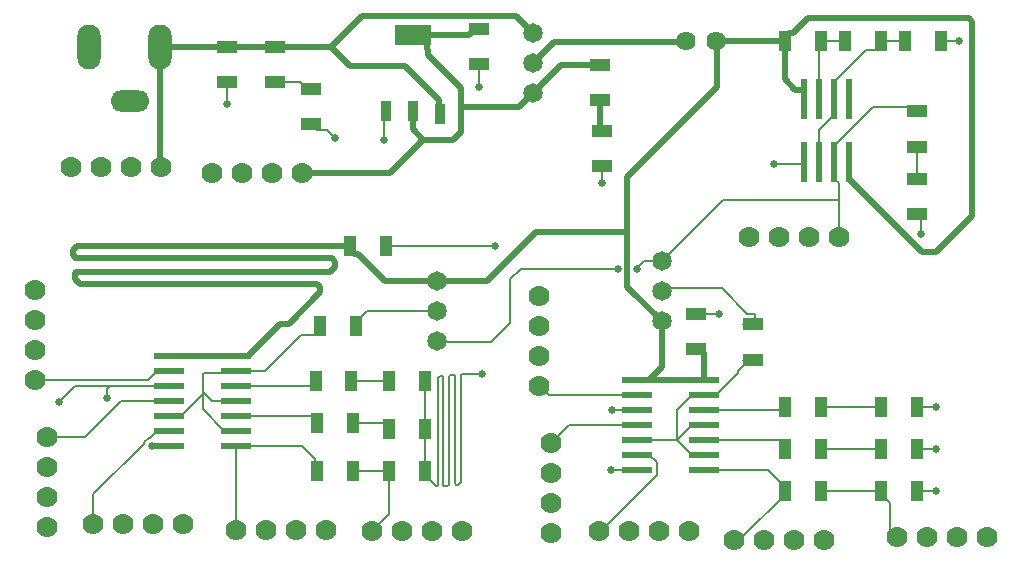
<source format=gtl>
G04*
G04 #@! TF.GenerationSoftware,Altium Limited,Altium Designer,23.8.1 (32)*
G04*
G04 Layer_Physical_Order=1*
G04 Layer_Color=255*
%FSLAX44Y44*%
%MOMM*%
G71*
G04*
G04 #@! TF.SameCoordinates,CBBC78E8-B8C5-4662-8ADF-5789773BA4AE*
G04*
G04*
G04 #@! TF.FilePolarity,Positive*
G04*
G01*
G75*
%ADD10C,0.1524*%
%ADD13C,0.5080*%
%ADD19R,1.8034X1.1176*%
%ADD20R,1.1176X1.8034*%
%ADD21R,3.0988X1.7000*%
%ADD22R,0.8382X1.7000*%
%ADD23R,2.6500X0.6000*%
%ADD24R,0.6000X3.4000*%
%ADD38C,1.7780*%
%ADD39C,1.6500*%
%ADD40C,1.6200*%
%ADD41O,2.0000X3.8000*%
%ADD42O,3.3000X1.8000*%
%ADD43C,0.6350*%
D10*
X365506Y97790D02*
Y133350D01*
X99060Y170180D02*
X149440D01*
X69850D02*
X99060D01*
X96520Y167640D02*
X99060Y170180D01*
X96520Y160020D02*
Y167640D01*
X128143Y122063D02*
X131937Y125857D01*
X132967D01*
X85090Y77980D02*
X128143Y121033D01*
X132967Y125857D02*
X139190Y132080D01*
X128143Y121033D02*
Y122063D01*
X134620Y119380D02*
X149440D01*
X365506Y94361D02*
X375035Y84832D01*
X396240Y179447D02*
X397133Y180340D01*
X396240Y88523D02*
Y179447D01*
X397133Y180340D02*
X414020D01*
X394077Y86360D02*
X396240Y88523D01*
X392053Y86360D02*
X394077D01*
X391160Y87253D02*
X392053Y86360D01*
X391160Y87253D02*
Y178177D01*
X387350Y179070D02*
X390267D01*
X391160Y178177D01*
X386080Y86360D02*
Y177800D01*
X387350Y179070D01*
X381000Y85983D02*
X381893Y85090D01*
X384810D01*
X381000Y85983D02*
Y177292D01*
X384810Y85090D02*
X386080Y86360D01*
X378845Y178185D02*
X380107D01*
X381000Y177292D01*
X377190Y176530D02*
X378845Y178185D01*
X375035Y84832D02*
X376297D01*
X377190Y85725D02*
Y176530D01*
X376297Y84832D02*
X377190Y85725D01*
X365506Y94361D02*
Y97790D01*
Y133350D02*
Y173990D01*
X515620Y341630D02*
Y355854D01*
X335534Y61214D02*
Y97790D01*
X321310Y46990D02*
X335534Y61214D01*
X205740Y118960D02*
X206160Y119380D01*
X205740Y48260D02*
Y118960D01*
X274574Y94361D02*
Y97790D01*
X85090Y53340D02*
Y77980D01*
X139190Y132080D02*
X149440D01*
X782066Y152400D02*
X798830D01*
X782066Y81280D02*
X798830D01*
X752094Y77851D02*
Y81280D01*
X782066Y116840D02*
X798830D01*
X752094Y77851D02*
X759460Y70485D01*
X635443Y42480D02*
X670814Y77851D01*
X630490Y42480D02*
X635443D01*
X670814Y77851D02*
Y81280D01*
X627380Y39370D02*
X630490Y42480D01*
X759460Y43180D02*
Y70485D01*
X555930Y111760D02*
X562232Y105458D01*
Y94692D02*
Y105458D01*
X514530Y46990D02*
X562232Y94692D01*
X545680Y111760D02*
X555930D01*
X513080Y46990D02*
X514530D01*
X566420Y250190D02*
X568960Y252730D01*
X617220D02*
X638810Y231140D01*
X568960Y252730D02*
X617220D01*
X303276Y173990D02*
X335534D01*
X302260D02*
X303276D01*
X304546Y138430D02*
X330708D01*
X304546Y97790D02*
X335534D01*
X377190Y207010D02*
X421640D01*
X375920Y208280D02*
X377190Y207010D01*
X421640D02*
X438150Y223520D01*
Y260350D01*
X447040Y269240D01*
X528955D01*
X332486Y288290D02*
X425450D01*
X545465Y269240D02*
Y269875D01*
X551180Y275590D01*
X277368Y217551D02*
Y220980D01*
X272542Y212725D02*
X277368Y217551D01*
X260518Y212725D02*
X272542D01*
X230672Y182880D02*
X260518Y212725D01*
X206160Y182880D02*
X230672D01*
X316611Y233680D02*
X375920D01*
X307340Y224409D02*
X316611Y233680D01*
X307340Y220980D02*
Y224409D01*
X630555Y182118D02*
X640461Y192024D01*
X630555Y180465D02*
Y182118D01*
X640461Y192024D02*
X643890D01*
X644267Y231140D02*
X645160Y230247D01*
X638810Y231140D02*
X644267D01*
X643890Y221996D02*
X645160Y223266D01*
Y230247D01*
X612650Y162560D02*
X630555Y180465D01*
X635381Y192024D02*
X638810D01*
X602400Y162560D02*
X612650D01*
X635381Y221996D02*
X638810D01*
X206160Y119380D02*
X261620D01*
X272800Y99564D02*
Y108200D01*
X261620Y119380D02*
X272800Y108200D01*
Y99564D02*
X274574Y97790D01*
X269748Y144780D02*
X274574Y139954D01*
Y138430D02*
Y139954D01*
X206160Y144780D02*
X269748D01*
X206160Y170180D02*
X269494D01*
X273304Y173990D01*
X782320Y315214D02*
X786130Y311404D01*
Y298450D02*
Y311404D01*
X55880Y156210D02*
X69850Y170180D01*
X78295Y127000D02*
X108775Y157480D01*
X45720Y127000D02*
X78295D01*
X108775Y157480D02*
X149440D01*
X131570Y175260D02*
X139190Y182880D01*
X35560Y175260D02*
X131570D01*
X139190Y182880D02*
X149440D01*
X411480Y422910D02*
Y442468D01*
X661670Y358140D02*
X686130D01*
X687070Y359080D01*
X595884Y231140D02*
X614680D01*
X595630Y230886D02*
X595884Y231140D01*
X716280Y327660D02*
Y341270D01*
X699770Y386380D02*
X712470Y399080D01*
Y413080D01*
Y373080D02*
X745536Y406146D01*
X712470Y345080D02*
X716280Y341270D01*
X699770Y359080D02*
Y386380D01*
X712470Y413080D02*
Y427080D01*
X745536Y406146D02*
X782320D01*
X712470Y359080D02*
Y373080D01*
Y345080D02*
Y359080D01*
X782320Y345186D02*
Y376174D01*
X700786Y81280D02*
X752094D01*
X670814D02*
Y84709D01*
X602400Y99060D02*
X656463D01*
X670814Y84709D01*
X700786Y116840D02*
X752094D01*
X665988Y124460D02*
X670814Y119634D01*
X602400Y124460D02*
X665988D01*
X670814Y116840D02*
Y119634D01*
X700786Y152400D02*
X752094D01*
X668274Y149860D02*
X670814Y152400D01*
X602400Y149860D02*
X668274D01*
X579450Y124460D02*
Y149860D01*
X592150Y162560D02*
X602400D01*
X579450Y149860D02*
X592150Y162560D01*
Y137160D02*
X602400D01*
X579450Y124460D02*
X592150Y137160D01*
Y111760D02*
X602400D01*
X545680Y124460D02*
X579450D01*
X592150Y111760D01*
X524510Y149860D02*
X545680D01*
X523240Y99060D02*
X545680D01*
X472440Y121920D02*
X487680Y137160D01*
X545680D01*
X470465Y162560D02*
X545680D01*
X462845Y170180D02*
X470465Y162560D01*
X462280Y170180D02*
X462845D01*
X551180Y275590D02*
X566420D01*
X716280Y295910D02*
Y327660D01*
X566420Y275590D02*
X618490Y327660D01*
X716280D01*
X802386Y462280D02*
X817880D01*
X712470Y427080D02*
X739415Y454025D01*
X746760D01*
X751586Y458851D01*
Y462280D01*
X772414D01*
X699770Y461264D02*
X700786Y462280D01*
X699770Y413080D02*
Y461264D01*
X700786Y462280D02*
X721614D01*
X330708Y138430D02*
X335534Y133604D01*
Y133350D02*
Y133604D01*
X195910Y132080D02*
X206160D01*
X177800Y150190D02*
X195910Y132080D01*
X177800Y150190D02*
Y162890D01*
X159690Y144780D02*
X177800Y162890D01*
Y165100D01*
X149440Y144780D02*
X159690D01*
X185420Y157480D02*
X206160D01*
X177800Y165100D02*
Y179749D01*
X178693Y180642D02*
X203922D01*
X177800Y179749D02*
X178693Y180642D01*
X177800Y165100D02*
X185420Y157480D01*
X203922Y180642D02*
X206160Y182880D01*
X331470Y378460D02*
Y401344D01*
X332486Y402360D01*
X269240Y391414D02*
X274066Y386588D01*
X282702D01*
X289560Y379730D01*
X265811Y421386D02*
X269240D01*
X238760Y426974D02*
X260223D01*
X265811Y421386D01*
X198120Y408940D02*
Y427228D01*
D13*
X613410Y423310D02*
Y462280D01*
X670814D01*
X612140D02*
X613410D01*
X474980Y461010D02*
X585470D01*
X586740Y462280D01*
X457200Y417830D02*
X481076Y441706D01*
X514350D01*
Y387096D02*
X515620Y385826D01*
X514350Y387096D02*
Y411734D01*
X537210Y300555D02*
Y347110D01*
X613410Y423310D01*
X686610Y420724D02*
X687070Y420264D01*
X670814Y429336D02*
Y462280D01*
X687070Y413080D02*
Y420264D01*
X679426Y420724D02*
X686610D01*
X670814Y429336D02*
X679426Y420724D01*
X537210Y254000D02*
Y300555D01*
X375920Y259080D02*
X418458D01*
X459933Y300555D01*
X537210D01*
X457200Y443230D02*
X474980Y461010D01*
X286004Y456946D02*
X312166Y483108D01*
X442722D01*
X457200Y468630D01*
X396240Y406400D02*
Y422256D01*
Y384810D02*
Y406400D01*
X445770D02*
X457200Y417830D01*
X396240Y406400D02*
X445770D01*
X598932Y200914D02*
X601980Y197866D01*
X595630Y200914D02*
X598932D01*
X601980Y175260D02*
Y197866D01*
X725170Y345080D02*
X787040Y283210D01*
X725170Y345080D02*
Y359080D01*
X787040Y283210D02*
X798830D01*
X826334Y481330D02*
X829310Y478354D01*
Y313690D02*
Y478354D01*
X689864Y481330D02*
X826334D01*
X798830Y283210D02*
X829310Y313690D01*
X677291Y468757D02*
X689864Y481330D01*
X670814Y462280D02*
Y465709D01*
X673862Y468757D01*
X677291D01*
X537210Y254000D02*
X566420Y224790D01*
X555930Y175260D02*
X601980D01*
X545680D02*
X555930D01*
X566420Y185750D01*
Y224790D01*
X261620Y350520D02*
X336550D01*
X364490Y378460D01*
X141760Y356080D02*
Y456720D01*
Y356080D02*
X142240Y355600D01*
X141280Y457200D02*
X141760Y456720D01*
X308991Y281813D02*
X331724Y259080D01*
X302514Y284861D02*
Y288290D01*
Y284861D02*
X305562Y281813D01*
X308991D01*
X331724Y259080D02*
X375920D01*
X149440Y195580D02*
X205740D01*
X215990D01*
X243108Y222698D01*
X250638D01*
X274320Y256540D02*
X277296Y253564D01*
X73660Y256540D02*
X274320D01*
X250638Y222698D02*
X277296Y249356D01*
Y253564D01*
X69850Y260350D02*
X73660Y256540D01*
X69850Y260350D02*
Y265430D01*
X71120Y266700D02*
X285750D01*
X69850Y265430D02*
X71120Y266700D01*
X287020Y278130D02*
X289996Y275154D01*
Y270946D02*
Y275154D01*
X69850Y278130D02*
X287020D01*
X285750Y266700D02*
X289996Y270946D01*
X69850Y278130D02*
Y279400D01*
X68144Y281106D02*
X69850Y279400D01*
X71120Y288290D02*
X302514D01*
X68144Y285314D02*
X71120Y288290D01*
X68144Y281106D02*
Y285314D01*
X361945Y467360D02*
X402971D01*
X355600D02*
X361945D01*
X408051Y472440D02*
X411480D01*
X402971Y467360D02*
X408051Y472440D01*
X361945Y467360D02*
X367905Y461400D01*
Y455055D02*
X368554Y454406D01*
X367905Y455055D02*
Y461400D01*
X368554Y449942D02*
Y454406D01*
Y449942D02*
X396240Y422256D01*
X377743Y400831D02*
X378714Y399860D01*
X349250Y440690D02*
X377743Y412197D01*
X302260Y440690D02*
X349250D01*
X377743Y400831D02*
Y412197D01*
X389890Y378460D02*
X396240Y384810D01*
X364490Y378460D02*
X389890D01*
X355600Y387350D02*
Y402360D01*
Y387350D02*
X364490Y378460D01*
X238760Y456946D02*
X286004D01*
X302260Y440690D01*
X238633Y457073D02*
X238760Y456946D01*
X198120Y457200D02*
X198247Y457073D01*
X238633D01*
X141280Y457200D02*
X198120D01*
D19*
X514350Y441706D02*
D03*
Y411734D02*
D03*
X643890Y192024D02*
D03*
Y221996D02*
D03*
X595630Y230886D02*
D03*
Y200914D02*
D03*
X411480Y442468D02*
D03*
Y472440D02*
D03*
X269240Y421386D02*
D03*
Y391414D02*
D03*
X515620Y385826D02*
D03*
Y355854D02*
D03*
X782320Y372364D02*
D03*
Y402336D02*
D03*
Y315214D02*
D03*
Y345186D02*
D03*
X198120Y427228D02*
D03*
Y457200D02*
D03*
X238760Y426974D02*
D03*
Y456946D02*
D03*
D20*
X752094Y116840D02*
D03*
X782066D02*
D03*
X752094Y152400D02*
D03*
X782066D02*
D03*
X752094Y81280D02*
D03*
X782066D02*
D03*
X277368Y220980D02*
D03*
X307340D02*
D03*
X802386Y462280D02*
D03*
X772414D02*
D03*
X721614D02*
D03*
X751586D02*
D03*
X670814D02*
D03*
X700786D02*
D03*
X304546Y97790D02*
D03*
X274574D02*
D03*
X304546Y138430D02*
D03*
X274574D02*
D03*
X303276Y173990D02*
D03*
X273304D02*
D03*
X365506Y97790D02*
D03*
X335534D02*
D03*
X365506Y133350D02*
D03*
X335534D02*
D03*
X365506Y173990D02*
D03*
X335534D02*
D03*
X700786Y81280D02*
D03*
X670814D02*
D03*
X700786Y116840D02*
D03*
X670814D02*
D03*
X700786Y152400D02*
D03*
X670814D02*
D03*
X302514Y288290D02*
D03*
X332486D02*
D03*
D21*
X355600Y467360D02*
D03*
D22*
X332486Y402360D02*
D03*
X355600D02*
D03*
X378714Y399860D02*
D03*
D23*
X149440Y195580D02*
D03*
Y182880D02*
D03*
Y170180D02*
D03*
Y157480D02*
D03*
Y144780D02*
D03*
Y132080D02*
D03*
Y119380D02*
D03*
X206160D02*
D03*
Y132080D02*
D03*
Y144780D02*
D03*
Y157480D02*
D03*
Y170180D02*
D03*
Y182880D02*
D03*
X205740Y195580D02*
D03*
X545680Y175260D02*
D03*
Y162560D02*
D03*
Y149860D02*
D03*
Y137160D02*
D03*
Y124460D02*
D03*
Y111760D02*
D03*
Y99060D02*
D03*
X602400D02*
D03*
Y111760D02*
D03*
Y124460D02*
D03*
Y137160D02*
D03*
Y149860D02*
D03*
Y162560D02*
D03*
X601980Y175260D02*
D03*
D24*
X687070Y359080D02*
D03*
X699770D02*
D03*
X712470D02*
D03*
X725170D02*
D03*
Y413080D02*
D03*
X712470D02*
D03*
X699770D02*
D03*
X687070D02*
D03*
D38*
X346710Y46990D02*
D03*
X321310D02*
D03*
X397510D02*
D03*
X372110D02*
D03*
X231140Y48260D02*
D03*
X205740D02*
D03*
X281940D02*
D03*
X256540D02*
D03*
X791210Y41910D02*
D03*
X765810D02*
D03*
X842010D02*
D03*
X816610D02*
D03*
X652780Y39370D02*
D03*
X627380D02*
D03*
X703580D02*
D03*
X678180D02*
D03*
X665480Y295910D02*
D03*
X640080D02*
D03*
X716280D02*
D03*
X690880D02*
D03*
X210820Y350520D02*
D03*
X185420D02*
D03*
X261620D02*
D03*
X236220D02*
D03*
X110490Y53340D02*
D03*
X85090D02*
D03*
X161290D02*
D03*
X135890D02*
D03*
X45720Y101600D02*
D03*
Y127000D02*
D03*
Y50800D02*
D03*
Y76200D02*
D03*
X35560Y200660D02*
D03*
Y175260D02*
D03*
Y251460D02*
D03*
Y226060D02*
D03*
X462280Y195580D02*
D03*
Y170180D02*
D03*
Y246380D02*
D03*
Y220980D02*
D03*
X472440Y96520D02*
D03*
Y121920D02*
D03*
Y45720D02*
D03*
Y71120D02*
D03*
X538480Y46990D02*
D03*
X513080D02*
D03*
X589280D02*
D03*
X563880D02*
D03*
X116840Y355600D02*
D03*
X142240D02*
D03*
X66040D02*
D03*
X91440D02*
D03*
D39*
X457200Y417830D02*
D03*
Y443230D02*
D03*
Y468630D02*
D03*
X375920Y208280D02*
D03*
Y233680D02*
D03*
Y259080D02*
D03*
X566420Y224790D02*
D03*
Y250190D02*
D03*
Y275590D02*
D03*
D40*
X586740Y462280D02*
D03*
X612140D02*
D03*
D41*
X141280Y457200D02*
D03*
X81280D02*
D03*
D42*
X116280Y410700D02*
D03*
D43*
X96520Y160020D02*
D03*
X134620Y119380D02*
D03*
X515620Y341630D02*
D03*
X798830Y116840D02*
D03*
Y81280D02*
D03*
Y152400D02*
D03*
X425450Y288290D02*
D03*
X545465Y269240D02*
D03*
X786130Y298450D02*
D03*
X55880Y156210D02*
D03*
X523240Y99060D02*
D03*
X528955Y269240D02*
D03*
X614680Y231140D02*
D03*
X331470Y378460D02*
D03*
X524510Y149860D02*
D03*
X414020Y180340D02*
D03*
X661670Y358140D02*
D03*
X817880Y462280D02*
D03*
X411480Y422910D02*
D03*
X198120Y408940D02*
D03*
X289560Y379730D02*
D03*
M02*

</source>
